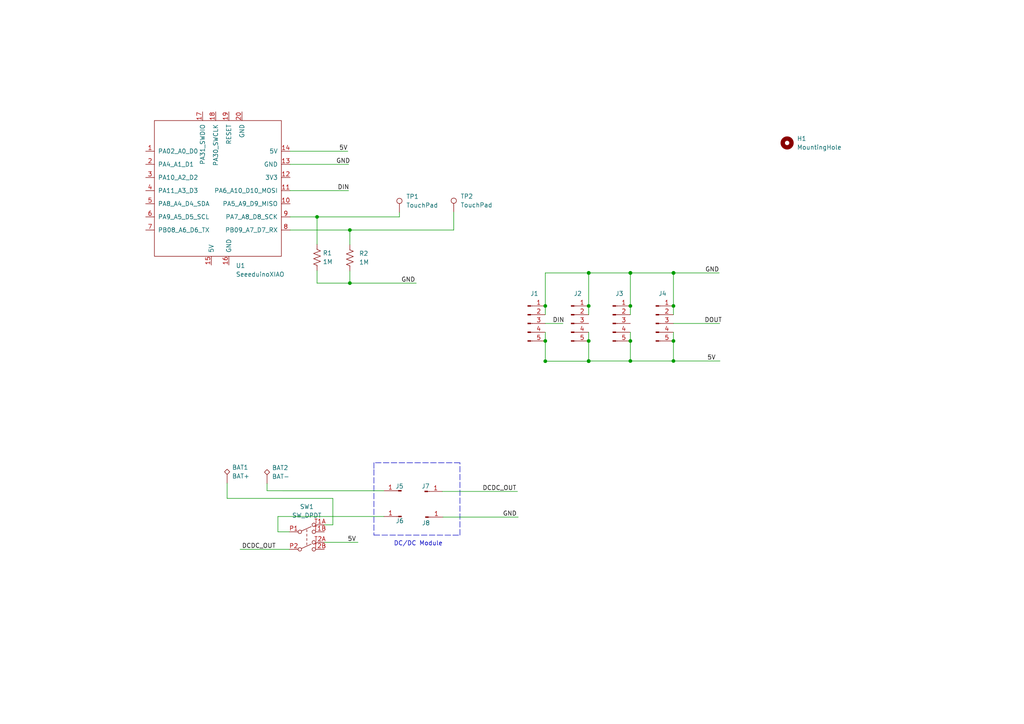
<source format=kicad_sch>
(kicad_sch (version 20211123) (generator eeschema)

  (uuid 443ffc72-2faf-463c-836f-a05787787b13)

  (paper "A4")

  (lib_symbols
    (symbol "Connector:Conn_01x01_Male" (pin_names (offset 1.016) hide) (in_bom yes) (on_board yes)
      (property "Reference" "J" (id 0) (at 0 2.54 0)
        (effects (font (size 1.27 1.27)))
      )
      (property "Value" "Conn_01x01_Male" (id 1) (at 0 -2.54 0)
        (effects (font (size 1.27 1.27)))
      )
      (property "Footprint" "" (id 2) (at 0 0 0)
        (effects (font (size 1.27 1.27)) hide)
      )
      (property "Datasheet" "~" (id 3) (at 0 0 0)
        (effects (font (size 1.27 1.27)) hide)
      )
      (property "ki_keywords" "connector" (id 4) (at 0 0 0)
        (effects (font (size 1.27 1.27)) hide)
      )
      (property "ki_description" "Generic connector, single row, 01x01, script generated (kicad-library-utils/schlib/autogen/connector/)" (id 5) (at 0 0 0)
        (effects (font (size 1.27 1.27)) hide)
      )
      (property "ki_fp_filters" "Connector*:*" (id 6) (at 0 0 0)
        (effects (font (size 1.27 1.27)) hide)
      )
      (symbol "Conn_01x01_Male_1_1"
        (polyline
          (pts
            (xy 1.27 0)
            (xy 0.8636 0)
          )
          (stroke (width 0.1524) (type default) (color 0 0 0 0))
          (fill (type none))
        )
        (rectangle (start 0.8636 0.127) (end 0 -0.127)
          (stroke (width 0.1524) (type default) (color 0 0 0 0))
          (fill (type outline))
        )
        (pin passive line (at 5.08 0 180) (length 3.81)
          (name "Pin_1" (effects (font (size 1.27 1.27))))
          (number "1" (effects (font (size 1.27 1.27))))
        )
      )
    )
    (symbol "Connector:Conn_01x05_Male" (pin_names (offset 1.016) hide) (in_bom yes) (on_board yes)
      (property "Reference" "J" (id 0) (at 0 7.62 0)
        (effects (font (size 1.27 1.27)))
      )
      (property "Value" "Conn_01x05_Male" (id 1) (at 0 -7.62 0)
        (effects (font (size 1.27 1.27)))
      )
      (property "Footprint" "" (id 2) (at 0 0 0)
        (effects (font (size 1.27 1.27)) hide)
      )
      (property "Datasheet" "~" (id 3) (at 0 0 0)
        (effects (font (size 1.27 1.27)) hide)
      )
      (property "ki_keywords" "connector" (id 4) (at 0 0 0)
        (effects (font (size 1.27 1.27)) hide)
      )
      (property "ki_description" "Generic connector, single row, 01x05, script generated (kicad-library-utils/schlib/autogen/connector/)" (id 5) (at 0 0 0)
        (effects (font (size 1.27 1.27)) hide)
      )
      (property "ki_fp_filters" "Connector*:*_1x??_*" (id 6) (at 0 0 0)
        (effects (font (size 1.27 1.27)) hide)
      )
      (symbol "Conn_01x05_Male_1_1"
        (polyline
          (pts
            (xy 1.27 -5.08)
            (xy 0.8636 -5.08)
          )
          (stroke (width 0.1524) (type default) (color 0 0 0 0))
          (fill (type none))
        )
        (polyline
          (pts
            (xy 1.27 -2.54)
            (xy 0.8636 -2.54)
          )
          (stroke (width 0.1524) (type default) (color 0 0 0 0))
          (fill (type none))
        )
        (polyline
          (pts
            (xy 1.27 0)
            (xy 0.8636 0)
          )
          (stroke (width 0.1524) (type default) (color 0 0 0 0))
          (fill (type none))
        )
        (polyline
          (pts
            (xy 1.27 2.54)
            (xy 0.8636 2.54)
          )
          (stroke (width 0.1524) (type default) (color 0 0 0 0))
          (fill (type none))
        )
        (polyline
          (pts
            (xy 1.27 5.08)
            (xy 0.8636 5.08)
          )
          (stroke (width 0.1524) (type default) (color 0 0 0 0))
          (fill (type none))
        )
        (rectangle (start 0.8636 -4.953) (end 0 -5.207)
          (stroke (width 0.1524) (type default) (color 0 0 0 0))
          (fill (type outline))
        )
        (rectangle (start 0.8636 -2.413) (end 0 -2.667)
          (stroke (width 0.1524) (type default) (color 0 0 0 0))
          (fill (type outline))
        )
        (rectangle (start 0.8636 0.127) (end 0 -0.127)
          (stroke (width 0.1524) (type default) (color 0 0 0 0))
          (fill (type outline))
        )
        (rectangle (start 0.8636 2.667) (end 0 2.413)
          (stroke (width 0.1524) (type default) (color 0 0 0 0))
          (fill (type outline))
        )
        (rectangle (start 0.8636 5.207) (end 0 4.953)
          (stroke (width 0.1524) (type default) (color 0 0 0 0))
          (fill (type outline))
        )
        (pin passive line (at 5.08 5.08 180) (length 3.81)
          (name "Pin_1" (effects (font (size 1.27 1.27))))
          (number "1" (effects (font (size 1.27 1.27))))
        )
        (pin passive line (at 5.08 2.54 180) (length 3.81)
          (name "Pin_2" (effects (font (size 1.27 1.27))))
          (number "2" (effects (font (size 1.27 1.27))))
        )
        (pin passive line (at 5.08 0 180) (length 3.81)
          (name "Pin_3" (effects (font (size 1.27 1.27))))
          (number "3" (effects (font (size 1.27 1.27))))
        )
        (pin passive line (at 5.08 -2.54 180) (length 3.81)
          (name "Pin_4" (effects (font (size 1.27 1.27))))
          (number "4" (effects (font (size 1.27 1.27))))
        )
        (pin passive line (at 5.08 -5.08 180) (length 3.81)
          (name "Pin_5" (effects (font (size 1.27 1.27))))
          (number "5" (effects (font (size 1.27 1.27))))
        )
      )
    )
    (symbol "Connector:TestPoint" (pin_numbers hide) (pin_names (offset 0.762) hide) (in_bom yes) (on_board yes)
      (property "Reference" "TP" (id 0) (at 0 6.858 0)
        (effects (font (size 1.27 1.27)))
      )
      (property "Value" "TestPoint" (id 1) (at 0 5.08 0)
        (effects (font (size 1.27 1.27)))
      )
      (property "Footprint" "" (id 2) (at 5.08 0 0)
        (effects (font (size 1.27 1.27)) hide)
      )
      (property "Datasheet" "~" (id 3) (at 5.08 0 0)
        (effects (font (size 1.27 1.27)) hide)
      )
      (property "ki_keywords" "test point tp" (id 4) (at 0 0 0)
        (effects (font (size 1.27 1.27)) hide)
      )
      (property "ki_description" "test point" (id 5) (at 0 0 0)
        (effects (font (size 1.27 1.27)) hide)
      )
      (property "ki_fp_filters" "Pin* Test*" (id 6) (at 0 0 0)
        (effects (font (size 1.27 1.27)) hide)
      )
      (symbol "TestPoint_0_1"
        (circle (center 0 3.302) (radius 0.762)
          (stroke (width 0) (type default) (color 0 0 0 0))
          (fill (type none))
        )
      )
      (symbol "TestPoint_1_1"
        (pin passive line (at 0 0 90) (length 2.54)
          (name "1" (effects (font (size 1.27 1.27))))
          (number "1" (effects (font (size 1.27 1.27))))
        )
      )
    )
    (symbol "Connector:TestPoint_Alt" (pin_numbers hide) (pin_names (offset 0.762) hide) (in_bom yes) (on_board yes)
      (property "Reference" "TP" (id 0) (at 0 6.858 0)
        (effects (font (size 1.27 1.27)))
      )
      (property "Value" "TestPoint_Alt" (id 1) (at 0 5.08 0)
        (effects (font (size 1.27 1.27)))
      )
      (property "Footprint" "" (id 2) (at 5.08 0 0)
        (effects (font (size 1.27 1.27)) hide)
      )
      (property "Datasheet" "~" (id 3) (at 5.08 0 0)
        (effects (font (size 1.27 1.27)) hide)
      )
      (property "ki_keywords" "test point tp" (id 4) (at 0 0 0)
        (effects (font (size 1.27 1.27)) hide)
      )
      (property "ki_description" "test point (alternative shape)" (id 5) (at 0 0 0)
        (effects (font (size 1.27 1.27)) hide)
      )
      (property "ki_fp_filters" "Pin* Test*" (id 6) (at 0 0 0)
        (effects (font (size 1.27 1.27)) hide)
      )
      (symbol "TestPoint_Alt_0_1"
        (polyline
          (pts
            (xy 0 2.54)
            (xy -0.762 3.302)
            (xy 0 4.064)
            (xy 0.762 3.302)
            (xy 0 2.54)
          )
          (stroke (width 0) (type default) (color 0 0 0 0))
          (fill (type none))
        )
      )
      (symbol "TestPoint_Alt_1_1"
        (pin passive line (at 0 0 90) (length 2.54)
          (name "1" (effects (font (size 1.27 1.27))))
          (number "1" (effects (font (size 1.27 1.27))))
        )
      )
    )
    (symbol "Device:R_US" (pin_numbers hide) (pin_names (offset 0)) (in_bom yes) (on_board yes)
      (property "Reference" "R" (id 0) (at 2.54 0 90)
        (effects (font (size 1.27 1.27)))
      )
      (property "Value" "R_US" (id 1) (at -2.54 0 90)
        (effects (font (size 1.27 1.27)))
      )
      (property "Footprint" "" (id 2) (at 1.016 -0.254 90)
        (effects (font (size 1.27 1.27)) hide)
      )
      (property "Datasheet" "~" (id 3) (at 0 0 0)
        (effects (font (size 1.27 1.27)) hide)
      )
      (property "ki_keywords" "R res resistor" (id 4) (at 0 0 0)
        (effects (font (size 1.27 1.27)) hide)
      )
      (property "ki_description" "Resistor, US symbol" (id 5) (at 0 0 0)
        (effects (font (size 1.27 1.27)) hide)
      )
      (property "ki_fp_filters" "R_*" (id 6) (at 0 0 0)
        (effects (font (size 1.27 1.27)) hide)
      )
      (symbol "R_US_0_1"
        (polyline
          (pts
            (xy 0 -2.286)
            (xy 0 -2.54)
          )
          (stroke (width 0) (type default) (color 0 0 0 0))
          (fill (type none))
        )
        (polyline
          (pts
            (xy 0 2.286)
            (xy 0 2.54)
          )
          (stroke (width 0) (type default) (color 0 0 0 0))
          (fill (type none))
        )
        (polyline
          (pts
            (xy 0 -0.762)
            (xy 1.016 -1.143)
            (xy 0 -1.524)
            (xy -1.016 -1.905)
            (xy 0 -2.286)
          )
          (stroke (width 0) (type default) (color 0 0 0 0))
          (fill (type none))
        )
        (polyline
          (pts
            (xy 0 0.762)
            (xy 1.016 0.381)
            (xy 0 0)
            (xy -1.016 -0.381)
            (xy 0 -0.762)
          )
          (stroke (width 0) (type default) (color 0 0 0 0))
          (fill (type none))
        )
        (polyline
          (pts
            (xy 0 2.286)
            (xy 1.016 1.905)
            (xy 0 1.524)
            (xy -1.016 1.143)
            (xy 0 0.762)
          )
          (stroke (width 0) (type default) (color 0 0 0 0))
          (fill (type none))
        )
      )
      (symbol "R_US_1_1"
        (pin passive line (at 0 3.81 270) (length 1.27)
          (name "~" (effects (font (size 1.27 1.27))))
          (number "1" (effects (font (size 1.27 1.27))))
        )
        (pin passive line (at 0 -3.81 90) (length 1.27)
          (name "~" (effects (font (size 1.27 1.27))))
          (number "2" (effects (font (size 1.27 1.27))))
        )
      )
    )
    (symbol "Mechanical:MountingHole" (pin_names (offset 1.016)) (in_bom yes) (on_board yes)
      (property "Reference" "H" (id 0) (at 0 5.08 0)
        (effects (font (size 1.27 1.27)))
      )
      (property "Value" "MountingHole" (id 1) (at 0 3.175 0)
        (effects (font (size 1.27 1.27)))
      )
      (property "Footprint" "" (id 2) (at 0 0 0)
        (effects (font (size 1.27 1.27)) hide)
      )
      (property "Datasheet" "~" (id 3) (at 0 0 0)
        (effects (font (size 1.27 1.27)) hide)
      )
      (property "ki_keywords" "mounting hole" (id 4) (at 0 0 0)
        (effects (font (size 1.27 1.27)) hide)
      )
      (property "ki_description" "Mounting Hole without connection" (id 5) (at 0 0 0)
        (effects (font (size 1.27 1.27)) hide)
      )
      (property "ki_fp_filters" "MountingHole*" (id 6) (at 0 0 0)
        (effects (font (size 1.27 1.27)) hide)
      )
      (symbol "MountingHole_0_1"
        (circle (center 0 0) (radius 1.27)
          (stroke (width 1.27) (type default) (color 0 0 0 0))
          (fill (type none))
        )
      )
    )
    (symbol "Seeeduino-XIAO:SeeeduinoXIAO" (pin_names (offset 1.016)) (in_bom yes) (on_board yes)
      (property "Reference" "U" (id 0) (at -19.05 22.86 0)
        (effects (font (size 1.27 1.27)))
      )
      (property "Value" "SeeeduinoXIAO" (id 1) (at -12.7 21.59 0)
        (effects (font (size 1.27 1.27)))
      )
      (property "Footprint" "" (id 2) (at -8.89 5.08 0)
        (effects (font (size 1.27 1.27)) hide)
      )
      (property "Datasheet" "" (id 3) (at -8.89 5.08 0)
        (effects (font (size 1.27 1.27)) hide)
      )
      (symbol "SeeeduinoXIAO_0_1"
        (rectangle (start -19.05 20.32) (end 17.78 -19.05)
          (stroke (width 0) (type default) (color 0 0 0 0))
          (fill (type none))
        )
      )
      (symbol "SeeeduinoXIAO_1_1"
        (pin unspecified line (at -21.59 11.43 0) (length 2.54)
          (name "PA02_A0_D0" (effects (font (size 1.27 1.27))))
          (number "1" (effects (font (size 1.27 1.27))))
        )
        (pin unspecified line (at 20.32 -3.81 180) (length 2.54)
          (name "PA5_A9_D9_MISO" (effects (font (size 1.27 1.27))))
          (number "10" (effects (font (size 1.27 1.27))))
        )
        (pin unspecified line (at 20.32 0 180) (length 2.54)
          (name "PA6_A10_D10_MOSI" (effects (font (size 1.27 1.27))))
          (number "11" (effects (font (size 1.27 1.27))))
        )
        (pin unspecified line (at 20.32 3.81 180) (length 2.54)
          (name "3V3" (effects (font (size 1.27 1.27))))
          (number "12" (effects (font (size 1.27 1.27))))
        )
        (pin unspecified line (at 20.32 7.62 180) (length 2.54)
          (name "GND" (effects (font (size 1.27 1.27))))
          (number "13" (effects (font (size 1.27 1.27))))
        )
        (pin unspecified line (at 20.32 11.43 180) (length 2.54)
          (name "5V" (effects (font (size 1.27 1.27))))
          (number "14" (effects (font (size 1.27 1.27))))
        )
        (pin input line (at -2.54 -21.59 90) (length 2.54)
          (name "5V" (effects (font (size 1.27 1.27))))
          (number "15" (effects (font (size 1.27 1.27))))
        )
        (pin input line (at 2.54 -21.59 90) (length 2.54)
          (name "GND" (effects (font (size 1.27 1.27))))
          (number "16" (effects (font (size 1.27 1.27))))
        )
        (pin input line (at -5.08 22.86 270) (length 2.54)
          (name "PA31_SWDIO" (effects (font (size 1.27 1.27))))
          (number "17" (effects (font (size 1.27 1.27))))
        )
        (pin input line (at -1.27 22.86 270) (length 2.54)
          (name "PA30_SWCLK" (effects (font (size 1.27 1.27))))
          (number "18" (effects (font (size 1.27 1.27))))
        )
        (pin input line (at 2.54 22.86 270) (length 2.54)
          (name "RESET" (effects (font (size 1.27 1.27))))
          (number "19" (effects (font (size 1.27 1.27))))
        )
        (pin unspecified line (at -21.59 7.62 0) (length 2.54)
          (name "PA4_A1_D1" (effects (font (size 1.27 1.27))))
          (number "2" (effects (font (size 1.27 1.27))))
        )
        (pin input line (at 6.35 22.86 270) (length 2.54)
          (name "GND" (effects (font (size 1.27 1.27))))
          (number "20" (effects (font (size 1.27 1.27))))
        )
        (pin unspecified line (at -21.59 3.81 0) (length 2.54)
          (name "PA10_A2_D2" (effects (font (size 1.27 1.27))))
          (number "3" (effects (font (size 1.27 1.27))))
        )
        (pin unspecified line (at -21.59 0 0) (length 2.54)
          (name "PA11_A3_D3" (effects (font (size 1.27 1.27))))
          (number "4" (effects (font (size 1.27 1.27))))
        )
        (pin unspecified line (at -21.59 -3.81 0) (length 2.54)
          (name "PA8_A4_D4_SDA" (effects (font (size 1.27 1.27))))
          (number "5" (effects (font (size 1.27 1.27))))
        )
        (pin unspecified line (at -21.59 -7.62 0) (length 2.54)
          (name "PA9_A5_D5_SCL" (effects (font (size 1.27 1.27))))
          (number "6" (effects (font (size 1.27 1.27))))
        )
        (pin unspecified line (at -21.59 -11.43 0) (length 2.54)
          (name "PB08_A6_D6_TX" (effects (font (size 1.27 1.27))))
          (number "7" (effects (font (size 1.27 1.27))))
        )
        (pin unspecified line (at 20.32 -11.43 180) (length 2.54)
          (name "PB09_A7_D7_RX" (effects (font (size 1.27 1.27))))
          (number "8" (effects (font (size 1.27 1.27))))
        )
        (pin unspecified line (at 20.32 -7.62 180) (length 2.54)
          (name "PA7_A8_D8_SCK" (effects (font (size 1.27 1.27))))
          (number "9" (effects (font (size 1.27 1.27))))
        )
      )
    )
    (symbol "custom:SW_DPDT" (pin_names (offset 0) hide) (in_bom yes) (on_board yes)
      (property "Reference" "SW" (id 0) (at 0 5.08 0)
        (effects (font (size 1.27 1.27)))
      )
      (property "Value" "SW_DPDT" (id 1) (at 0 -5.08 0)
        (effects (font (size 1.27 1.27)))
      )
      (property "Footprint" "" (id 2) (at 0 0 0)
        (effects (font (size 1.27 1.27)) hide)
      )
      (property "Datasheet" "~" (id 3) (at 0 0 0)
        (effects (font (size 1.27 1.27)) hide)
      )
      (property "ki_keywords" "switch DPDT" (id 4) (at 0 0 0)
        (effects (font (size 1.27 1.27)) hide)
      )
      (property "ki_description" "DPDT Switch" (id 5) (at 0 0 0)
        (effects (font (size 1.27 1.27)) hide)
      )
      (symbol "SW_DPDT_0_0"
        (circle (center -2.032 -2.54) (radius 0.508)
          (stroke (width 0) (type default) (color 0 0 0 0))
          (fill (type none))
        )
        (circle (center -2.032 2.54) (radius 0.508)
          (stroke (width 0) (type default) (color 0 0 0 0))
          (fill (type none))
        )
        (polyline
          (pts
            (xy -1.524 -2.286)
            (xy 1.27 -1.016)
          )
          (stroke (width 0) (type default) (color 0 0 0 0))
          (fill (type none))
        )
        (polyline
          (pts
            (xy -1.524 2.794)
            (xy 1.27 4.064)
          )
          (stroke (width 0) (type default) (color 0 0 0 0))
          (fill (type none))
        )
        (polyline
          (pts
            (xy 0 -1.27)
            (xy 0 -0.635)
          )
          (stroke (width 0) (type default) (color 0 0 0 0))
          (fill (type none))
        )
        (polyline
          (pts
            (xy 0 0)
            (xy 0 0.635)
          )
          (stroke (width 0) (type default) (color 0 0 0 0))
          (fill (type none))
        )
        (polyline
          (pts
            (xy 0 1.27)
            (xy 0 1.905)
          )
          (stroke (width 0) (type default) (color 0 0 0 0))
          (fill (type none))
        )
        (polyline
          (pts
            (xy 0 2.54)
            (xy 0 3.175)
          )
          (stroke (width 0) (type default) (color 0 0 0 0))
          (fill (type none))
        )
        (circle (center 2.032 -2.54) (radius 0.508)
          (stroke (width 0) (type default) (color 0 0 0 0))
          (fill (type none))
        )
        (circle (center 2.032 -0.508) (radius 0.508)
          (stroke (width 0) (type default) (color 0 0 0 0))
          (fill (type none))
        )
        (circle (center 2.032 2.54) (radius 0.508)
          (stroke (width 0) (type default) (color 0 0 0 0))
          (fill (type none))
        )
        (circle (center 2.032 4.572) (radius 0.508)
          (stroke (width 0) (type default) (color 0 0 0 0))
          (fill (type none))
        )
      )
      (symbol "SW_DPDT_1_1"
        (pin passive line (at -5.08 2.54 0) (length 2.54)
          (name "P1" (effects (font (size 1.27 1.27))))
          (number "P1" (effects (font (size 1.27 1.27))))
        )
        (pin passive line (at -5.08 -2.54 0) (length 2.54)
          (name "P2" (effects (font (size 1.27 1.27))))
          (number "P2" (effects (font (size 1.27 1.27))))
        )
        (pin passive line (at 5.08 4.572 180) (length 2.54)
          (name "T1A" (effects (font (size 1.27 1.27))))
          (number "T1A" (effects (font (size 1.27 1.27))))
        )
        (pin passive line (at 5.08 2.54 180) (length 2.54)
          (name "T1B" (effects (font (size 1.27 1.27))))
          (number "T1B" (effects (font (size 1.27 1.27))))
        )
        (pin passive line (at 5.08 -0.508 180) (length 2.54)
          (name "T2A" (effects (font (size 1.27 1.27))))
          (number "T2A" (effects (font (size 1.27 1.27))))
        )
        (pin passive line (at 5.08 -2.54 180) (length 2.54)
          (name "T2B" (effects (font (size 1.27 1.27))))
          (number "T2B" (effects (font (size 1.27 1.27))))
        )
      )
    )
  )

  (junction (at 195.3252 79.1606) (diameter 0) (color 0 0 0 0)
    (uuid 033f286c-8e1e-4318-b8b0-f41ad597f460)
  )
  (junction (at 170.7646 79.1606) (diameter 0) (color 0 0 0 0)
    (uuid 165f4d1e-86f4-4972-9638-47ad8ce421df)
  )
  (junction (at 195.3655 79.1606) (diameter 0) (color 0 0 0 0)
    (uuid 165f4d1e-86f4-4972-9638-47ad8ce421e0)
  )
  (junction (at 182.83 79.1606) (diameter 0) (color 0 0 0 0)
    (uuid 1b9a33e3-59b1-4c3b-a76f-0d591c67c916)
  )
  (junction (at 195.3252 98.898) (diameter 0) (color 0 0 0 0)
    (uuid 1ecab814-6a6f-469c-bb61-acd051034440)
  )
  (junction (at 101.4742 66.7188) (diameter 0) (color 0 0 0 0)
    (uuid 2ee2b661-8994-4d60-93b2-1cd0e4cdca7a)
  )
  (junction (at 170.7445 79.1606) (diameter 0) (color 0 0 0 0)
    (uuid 373bdad9-7f92-454e-82cf-f2b529c33d00)
  )
  (junction (at 182.8425 79.1606) (diameter 0) (color 0 0 0 0)
    (uuid 50871d16-6f84-4421-a6f8-c5c477afa376)
  )
  (junction (at 158.1584 88.738) (diameter 0) (color 0 0 0 0)
    (uuid 6dc6dd55-b447-49ca-989b-1a156d125efe)
  )
  (junction (at 91.957 62.9088) (diameter 0) (color 0 0 0 0)
    (uuid 70b51653-8d7c-4d03-9e49-d460c4660151)
  )
  (junction (at 170.7445 98.898) (diameter 0) (color 0 0 0 0)
    (uuid 7a75d7ac-1ea8-4ca6-8f24-8979d6bc3431)
  )
  (junction (at 195.3252 104.7014) (diameter 0) (color 0 0 0 0)
    (uuid 7ecd1416-9fc1-4d8e-957b-97d621d76c7a)
  )
  (junction (at 195.3252 88.738) (diameter 0) (color 0 0 0 0)
    (uuid 8c13a7bc-da49-4d2d-beab-6bec37102194)
  )
  (junction (at 170.7445 104.7014) (diameter 0) (color 0 0 0 0)
    (uuid 99147df1-b3f4-4800-a2c1-16039efd29e9)
  )
  (junction (at 158.1584 98.898) (diameter 0) (color 0 0 0 0)
    (uuid 9def3f67-fc02-4ce3-932d-8b7b9296b38b)
  )
  (junction (at 182.83 88.738) (diameter 0) (color 0 0 0 0)
    (uuid a83d1af0-92e3-4c9c-b02d-acee2e566016)
  )
  (junction (at 170.7445 88.738) (diameter 0) (color 0 0 0 0)
    (uuid aae3b9df-84b8-4592-987f-5bbe20b8eae1)
  )
  (junction (at 182.83 104.7014) (diameter 0) (color 0 0 0 0)
    (uuid c220d39c-bee4-4c89-a455-afd2a00d9f16)
  )
  (junction (at 158.1613 104.7626) (diameter 0) (color 0 0 0 0)
    (uuid c3924269-7b29-4135-91e8-401a756415e4)
  )
  (junction (at 182.83 98.898) (diameter 0) (color 0 0 0 0)
    (uuid d71f726f-9a0e-43b8-8cbe-7838c6b7a6ac)
  )
  (junction (at 170.7445 104.7626) (diameter 0) (color 0 0 0 0)
    (uuid d7e9058a-0037-4e13-b692-d93f6b6f5bd9)
  )
  (junction (at 101.4742 82.1181) (diameter 0) (color 0 0 0 0)
    (uuid ee58d8cc-4919-494f-ba32-3b9df57d2b7d)
  )

  (wire (pts (xy 182.83 104.7014) (xy 195.3252 104.7014))
    (stroke (width 0) (type default) (color 0 0 0 0))
    (uuid 03099256-4aa5-483c-b373-efc738cc8373)
  )
  (wire (pts (xy 84.155 43.8588) (xy 100.8862 43.8588))
    (stroke (width 0) (type default) (color 0 0 0 0))
    (uuid 03695a2f-dc49-40fa-9140-58fb84e9391c)
  )
  (wire (pts (xy 158.1584 93.818) (xy 163.2763 93.818))
    (stroke (width 0) (type default) (color 0 0 0 0))
    (uuid 0592db5e-4b2c-4ec5-b1c9-931c933f2363)
  )
  (wire (pts (xy 84.155 47.6688) (xy 101.105 47.6688))
    (stroke (width 0) (type default) (color 0 0 0 0))
    (uuid 09d0a4b5-ade3-4392-84f8-592e790e608d)
  )
  (wire (pts (xy 195.3252 79.1606) (xy 195.3655 79.1606))
    (stroke (width 0) (type default) (color 0 0 0 0))
    (uuid 0e685d75-bf59-4d10-bed8-b3a248959439)
  )
  (wire (pts (xy 94.0779 152.2194) (xy 96.5439 152.2194))
    (stroke (width 0) (type default) (color 0 0 0 0))
    (uuid 16092b07-269c-4b1c-a6c0-9d5b4bf525fb)
  )
  (wire (pts (xy 195.3252 96.358) (xy 195.3252 98.898))
    (stroke (width 0) (type default) (color 0 0 0 0))
    (uuid 1963f962-d0c2-4b3e-a316-faacb920f163)
  )
  (wire (pts (xy 195.3252 88.738) (xy 195.3252 91.278))
    (stroke (width 0) (type default) (color 0 0 0 0))
    (uuid 1af2ea60-910a-41dc-b516-449a6f149cdb)
  )
  (polyline (pts (xy 108.4537 134.1956) (xy 108.4537 136.2341))
    (stroke (width 0) (type default) (color 0 0 0 0))
    (uuid 1fe3d160-e1dc-49f8-a507-7a1325d83d50)
  )

  (wire (pts (xy 195.3655 79.1606) (xy 208.6048 79.1606))
    (stroke (width 0) (type default) (color 0 0 0 0))
    (uuid 22d43eee-bd2a-42c5-988c-bdaeea755c46)
  )
  (wire (pts (xy 182.83 79.1606) (xy 182.83 88.738))
    (stroke (width 0) (type default) (color 0 0 0 0))
    (uuid 24dbab5f-85a3-4b03-a015-92f944d5bf92)
  )
  (wire (pts (xy 94.0779 157.2994) (xy 103.8299 157.2994))
    (stroke (width 0) (type default) (color 0 0 0 0))
    (uuid 2b902de7-42b3-4732-8474-9256b1eabc89)
  )
  (wire (pts (xy 83.9179 154.2514) (xy 80.6053 154.2514))
    (stroke (width 0) (type default) (color 0 0 0 0))
    (uuid 36e6ba9f-d925-4b2a-a291-1c759d836078)
  )
  (wire (pts (xy 77.4543 142.3385) (xy 111.3309 142.3405))
    (stroke (width 0) (type default) (color 0 0 0 0))
    (uuid 43b1278d-116d-4754-bb5a-73d77033a768)
  )
  (wire (pts (xy 84.155 62.9088) (xy 91.957 62.9088))
    (stroke (width 0) (type default) (color 0 0 0 0))
    (uuid 4ba767f6-9848-4cdb-84d6-bf815455c882)
  )
  (wire (pts (xy 158.1584 98.898) (xy 158.1584 104.7626))
    (stroke (width 0) (type default) (color 0 0 0 0))
    (uuid 4ed1b02a-b82d-42a0-9967-5da10dcb5c72)
  )
  (wire (pts (xy 84.155 66.7188) (xy 101.4742 66.7188))
    (stroke (width 0) (type default) (color 0 0 0 0))
    (uuid 4f89c2a8-a24e-4a82-b2a9-99a6765d730b)
  )
  (polyline (pts (xy 108.4535 136.1944) (xy 108.4535 155.1831))
    (stroke (width 0) (type default) (color 0 0 0 0))
    (uuid 525602c1-199d-4ae2-bf1f-d3ed7f585fcb)
  )

  (wire (pts (xy 182.83 79.1606) (xy 182.8425 79.1606))
    (stroke (width 0) (type default) (color 0 0 0 0))
    (uuid 57922305-388b-4f2f-83df-d1078c036b87)
  )
  (wire (pts (xy 101.4742 78.5963) (xy 101.4742 82.1181))
    (stroke (width 0) (type default) (color 0 0 0 0))
    (uuid 57bdab77-0284-4e15-8f4f-26bc0d655e23)
  )
  (wire (pts (xy 96.5439 152.2194) (xy 96.5439 144.5594))
    (stroke (width 0) (type default) (color 0 0 0 0))
    (uuid 5860a5a3-93b6-4640-869e-9334767cb2ab)
  )
  (wire (pts (xy 84.155 55.2888) (xy 101.105 55.2888))
    (stroke (width 0) (type default) (color 0 0 0 0))
    (uuid 593b1adb-6033-43ed-bfac-318356ab84ac)
  )
  (wire (pts (xy 195.3252 79.1606) (xy 195.3252 88.738))
    (stroke (width 0) (type default) (color 0 0 0 0))
    (uuid 61884263-72e1-41ca-96fb-0c8582d31ff1)
  )
  (wire (pts (xy 91.957 62.9088) (xy 115.8524 62.9088))
    (stroke (width 0) (type default) (color 0 0 0 0))
    (uuid 646253d6-a1e4-4ecf-a5fc-97321fb056e0)
  )
  (wire (pts (xy 170.7445 79.1606) (xy 170.7445 88.738))
    (stroke (width 0) (type default) (color 0 0 0 0))
    (uuid 64d81627-5cec-4517-b47f-2241dcd20157)
  )
  (wire (pts (xy 195.3252 93.818) (xy 208.7386 93.818))
    (stroke (width 0) (type default) (color 0 0 0 0))
    (uuid 679b77a9-0bc6-4936-8bc0-8dbd6badb72a)
  )
  (wire (pts (xy 91.957 62.9088) (xy 91.957 70.8533))
    (stroke (width 0) (type default) (color 0 0 0 0))
    (uuid 6a3ad451-4a2e-4725-a043-2fb4ccd60c55)
  )
  (wire (pts (xy 101.4742 66.7188) (xy 101.4742 70.9763))
    (stroke (width 0) (type default) (color 0 0 0 0))
    (uuid 6b49173c-3b9b-436b-8fc0-f04b8f5c1707)
  )
  (wire (pts (xy 170.7445 104.7014) (xy 170.7445 104.7626))
    (stroke (width 0) (type default) (color 0 0 0 0))
    (uuid 70f2e9b3-fd51-4894-83c8-81a98f16fe7a)
  )
  (wire (pts (xy 158.1613 104.7626) (xy 170.7445 104.7626))
    (stroke (width 0) (type default) (color 0 0 0 0))
    (uuid 74cd4e45-1974-4073-bbc8-f64dae2a6a29)
  )
  (wire (pts (xy 69.6276 159.3314) (xy 83.9179 159.3314))
    (stroke (width 0) (type default) (color 0 0 0 0))
    (uuid 774ac284-af36-4dc6-a3b7-21d749e517d0)
  )
  (wire (pts (xy 128.2707 142.5398) (xy 150.1004 142.5398))
    (stroke (width 0) (type default) (color 0 0 0 0))
    (uuid 7f8b2a69-21bc-4a62-bcf6-83eaab7d3d58)
  )
  (polyline (pts (xy 108.4784 155.1943) (xy 133.4034 155.2084))
    (stroke (width 0) (type default) (color 0 0 0 0))
    (uuid 823dc067-9f38-4cf7-bae6-779cb17451c2)
  )

  (wire (pts (xy 115.8524 62.9088) (xy 115.8524 61.5772))
    (stroke (width 0) (type default) (color 0 0 0 0))
    (uuid 82a357e0-6628-4afc-8ed9-e0d1544e008c)
  )
  (wire (pts (xy 80.6053 154.2514) (xy 80.6053 149.8059))
    (stroke (width 0) (type default) (color 0 0 0 0))
    (uuid 82dac95a-8133-4100-b568-45a7e4512fdb)
  )
  (wire (pts (xy 158.1584 88.738) (xy 158.1584 91.278))
    (stroke (width 0) (type default) (color 0 0 0 0))
    (uuid 844443c2-4cae-4367-bf0c-6eeb22c7cf35)
  )
  (wire (pts (xy 101.4742 66.7188) (xy 131.605 66.7188))
    (stroke (width 0) (type default) (color 0 0 0 0))
    (uuid 85074f8b-c4f2-4126-a489-464d9c9d2de4)
  )
  (wire (pts (xy 158.1584 96.358) (xy 158.1584 98.898))
    (stroke (width 0) (type default) (color 0 0 0 0))
    (uuid 877dcfc7-3687-4bee-9154-62b730b34c5f)
  )
  (wire (pts (xy 182.83 98.898) (xy 182.83 104.7014))
    (stroke (width 0) (type default) (color 0 0 0 0))
    (uuid 902c8be2-20c1-40a8-86d0-f0ea3dba340a)
  )
  (wire (pts (xy 170.7445 98.898) (xy 170.7445 104.7014))
    (stroke (width 0) (type default) (color 0 0 0 0))
    (uuid 929b9d41-814e-4640-bb61-055a8e7a1132)
  )
  (wire (pts (xy 96.5439 144.5594) (xy 65.8716 144.5594))
    (stroke (width 0) (type default) (color 0 0 0 0))
    (uuid 9ab58daa-3f09-4a18-94fb-e5616c10bc4c)
  )
  (wire (pts (xy 158.1584 88.738) (xy 158.1584 79.1606))
    (stroke (width 0) (type default) (color 0 0 0 0))
    (uuid a77ce06a-6c06-4444-9ac3-c5f49146616d)
  )
  (wire (pts (xy 170.7445 96.358) (xy 170.7445 98.898))
    (stroke (width 0) (type default) (color 0 0 0 0))
    (uuid b56e525d-1b2f-47a0-8ce4-b64afa83f58e)
  )
  (wire (pts (xy 77.4543 140.2459) (xy 77.4543 142.3385))
    (stroke (width 0) (type default) (color 0 0 0 0))
    (uuid b5d1ad72-70af-4252-825b-4bf4df3ffe40)
  )
  (polyline (pts (xy 133.4034 155.2084) (xy 133.4034 134.2209))
    (stroke (width 0) (type default) (color 0 0 0 0))
    (uuid be89b9ef-84a4-45d9-87f6-014d93f0c0a0)
  )

  (wire (pts (xy 158.1584 104.7626) (xy 158.1613 104.7626))
    (stroke (width 0) (type default) (color 0 0 0 0))
    (uuid c14a0c36-83b3-4742-ab7a-d008d3195851)
  )
  (wire (pts (xy 195.3252 104.7014) (xy 195.3252 98.898))
    (stroke (width 0) (type default) (color 0 0 0 0))
    (uuid c908d349-6ec2-4f61-bd40-dfef0b3998e1)
  )
  (wire (pts (xy 182.8425 79.1606) (xy 195.3252 79.1606))
    (stroke (width 0) (type default) (color 0 0 0 0))
    (uuid ca4b1cb8-69a7-4bec-ba9c-be97b2729b21)
  )
  (wire (pts (xy 182.83 88.738) (xy 182.83 91.278))
    (stroke (width 0) (type default) (color 0 0 0 0))
    (uuid cbfddcb2-c4d2-411d-8fe1-10433de3c3bc)
  )
  (wire (pts (xy 80.6053 149.8059) (xy 111.3607 149.8059))
    (stroke (width 0) (type default) (color 0 0 0 0))
    (uuid cde29503-0b0a-4bee-b0b5-42d3baea7b71)
  )
  (wire (pts (xy 195.3252 104.7014) (xy 208.8339 104.7014))
    (stroke (width 0) (type default) (color 0 0 0 0))
    (uuid da2e5f45-9f75-4158-917f-4f007664d66c)
  )
  (wire (pts (xy 170.7445 79.1606) (xy 170.7646 79.1606))
    (stroke (width 0) (type default) (color 0 0 0 0))
    (uuid dacf2d19-ada6-417e-8881-53d68717d2ab)
  )
  (wire (pts (xy 182.83 96.358) (xy 182.83 98.898))
    (stroke (width 0) (type default) (color 0 0 0 0))
    (uuid db620bea-9a83-4d0d-bef8-2c041aac8db5)
  )
  (polyline (pts (xy 133.4034 134.2209) (xy 108.4113 134.2255))
    (stroke (width 0) (type default) (color 0 0 0 0))
    (uuid ded5a781-a229-4db2-b275-377780407e9f)
  )

  (wire (pts (xy 131.605 66.7188) (xy 131.605 61.5156))
    (stroke (width 0) (type default) (color 0 0 0 0))
    (uuid e260de02-3d89-4ccb-afb3-1e97779c4c69)
  )
  (wire (pts (xy 65.8716 140.1434) (xy 65.8716 144.5594))
    (stroke (width 0) (type default) (color 0 0 0 0))
    (uuid e5281e8f-b244-4d44-81d0-d34fad48c469)
  )
  (wire (pts (xy 91.957 78.4733) (xy 91.957 82.1181))
    (stroke (width 0) (type default) (color 0 0 0 0))
    (uuid e6ae0ac9-7713-42d6-bc91-1bd531808d11)
  )
  (wire (pts (xy 170.7445 88.738) (xy 170.7445 91.278))
    (stroke (width 0) (type default) (color 0 0 0 0))
    (uuid eef5e4e3-e493-4377-9ccc-f3949ca77c23)
  )
  (wire (pts (xy 128.4833 149.9807) (xy 150.3054 149.9807))
    (stroke (width 0) (type default) (color 0 0 0 0))
    (uuid f4974d24-8805-4f7a-99b3-e9476f5ee751)
  )
  (wire (pts (xy 170.7445 104.7014) (xy 182.83 104.7014))
    (stroke (width 0) (type default) (color 0 0 0 0))
    (uuid f927d25d-fb82-4811-b57d-ca0f0733a786)
  )
  (wire (pts (xy 158.1584 79.1606) (xy 170.7445 79.1606))
    (stroke (width 0) (type default) (color 0 0 0 0))
    (uuid f95a55a5-9d7c-4a00-afff-fb079e0e3c49)
  )
  (wire (pts (xy 170.7646 79.1606) (xy 182.83 79.1606))
    (stroke (width 0) (type default) (color 0 0 0 0))
    (uuid f9a24217-7a9b-4214-a945-a68a11d7bfb5)
  )
  (wire (pts (xy 101.4742 82.1181) (xy 120.7302 82.1181))
    (stroke (width 0) (type default) (color 0 0 0 0))
    (uuid fade3701-6a61-43d3-a478-050a0fdfddaa)
  )
  (wire (pts (xy 91.957 82.1181) (xy 101.4742 82.1181))
    (stroke (width 0) (type default) (color 0 0 0 0))
    (uuid fe6f5b35-3cd9-46b4-88fc-f42f5ae21a10)
  )

  (text "DC/DC Module" (at 114.1882 158.4801 0)
    (effects (font (size 1.27 1.27)) (justify left bottom))
    (uuid aec34f17-468a-47da-9d08-757fa5562828)
  )

  (label "5V" (at 100.8013 157.2994 0)
    (effects (font (size 1.27 1.27)) (justify left bottom))
    (uuid 0d0da280-10e2-4dd3-ab3f-c844594a28b3)
  )
  (label "GND" (at 97.495 47.6688 0)
    (effects (font (size 1.27 1.27)) (justify left bottom))
    (uuid 27e825f6-ba37-4819-9557-a24d2e06c2df)
  )
  (label "DCDC_OUT" (at 70.1477 159.3314 0)
    (effects (font (size 1.27 1.27)) (justify left bottom))
    (uuid 3d5eb761-07af-4c3e-ae05-c5f2004b10fd)
  )
  (label "5V" (at 98.3428 43.8588 0)
    (effects (font (size 1.27 1.27)) (justify left bottom))
    (uuid 4a0f3fa4-cb60-4de8-9671-cdf3906858b7)
  )
  (label "GND" (at 204.5189 79.1606 0)
    (effects (font (size 1.27 1.27)) (justify left bottom))
    (uuid 559d2559-ab6f-4e7c-93a2-4657bcda3ce6)
  )
  (label "DIN" (at 160.2821 93.818 0)
    (effects (font (size 1.27 1.27)) (justify left bottom))
    (uuid 5a1f8b68-6895-4cda-bc15-127399cc1f78)
  )
  (label "GND" (at 145.8294 149.9807 0)
    (effects (font (size 1.27 1.27)) (justify left bottom))
    (uuid 616d0814-2f38-48f3-b7c1-55e2a7ff7156)
  )
  (label "DCDC_OUT" (at 139.9289 142.5398 0)
    (effects (font (size 1.27 1.27)) (justify left bottom))
    (uuid 6bd69968-42c0-4a80-b654-fda63796884d)
  )
  (label "DIN" (at 97.9052 55.2888 0)
    (effects (font (size 1.27 1.27)) (justify left bottom))
    (uuid 9e349012-9ea5-4aba-ab1a-26bd2dd7a52a)
  )
  (label "5V" (at 205.1035 104.7014 0)
    (effects (font (size 1.27 1.27)) (justify left bottom))
    (uuid d42e2d42-3184-4184-9073-f10e694cbf09)
  )
  (label "DOUT" (at 204.3282 93.818 0)
    (effects (font (size 1.27 1.27)) (justify left bottom))
    (uuid e25dc590-6209-46ed-9056-faeb7857c9c0)
  )
  (label "GND" (at 116.3744 82.1181 0)
    (effects (font (size 1.27 1.27)) (justify left bottom))
    (uuid e75f7456-2a85-494f-a163-7de1c992e6ec)
  )

  (symbol (lib_id "Connector:TestPoint_Alt") (at 77.4543 140.2459 0) (unit 1)
    (in_bom yes) (on_board yes) (fields_autoplaced)
    (uuid 00794f99-bf1b-4b93-a7da-d8df6234b6c8)
    (property "Reference" "BAT2" (id 0) (at 78.8702 135.6738 0)
      (effects (font (size 1.27 1.27)) (justify left))
    )
    (property "Value" "BAT-" (id 1) (at 78.8702 138.2138 0)
      (effects (font (size 1.27 1.27)) (justify left))
    )
    (property "Footprint" "TestPoint:TestPoint_Pad_4.0x4.0mm" (id 2) (at 82.5343 140.2459 0)
      (effects (font (size 1.27 1.27)) hide)
    )
    (property "Datasheet" "~" (id 3) (at 82.5343 140.2459 0)
      (effects (font (size 1.27 1.27)) hide)
    )
    (pin "1" (uuid 041bbc22-c47a-4556-962f-485d13642db7))
  )

  (symbol (lib_id "Connector:TestPoint") (at 115.8524 61.5772 0) (unit 1)
    (in_bom yes) (on_board yes) (fields_autoplaced)
    (uuid 03c3319a-093c-4fa1-a29a-f6bdedae6157)
    (property "Reference" "TP1" (id 0) (at 117.7986 57.0051 0)
      (effects (font (size 1.27 1.27)) (justify left))
    )
    (property "Value" "TouchPad" (id 1) (at 117.7986 59.5451 0)
      (effects (font (size 1.27 1.27)) (justify left))
    )
    (property "Footprint" "TestPoint:TestPoint_Pad_D4.0mm" (id 2) (at 120.9324 61.5772 0)
      (effects (font (size 1.27 1.27)) hide)
    )
    (property "Datasheet" "~" (id 3) (at 120.9324 61.5772 0)
      (effects (font (size 1.27 1.27)) hide)
    )
    (pin "1" (uuid 68c6bc42-d5b1-4d2c-96db-2229ce21aa75))
  )

  (symbol (lib_id "Device:R_US") (at 101.4742 74.7863 180) (unit 1)
    (in_bom yes) (on_board yes) (fields_autoplaced)
    (uuid 12463ea5-56a1-43ba-aa46-8d3e96844544)
    (property "Reference" "R2" (id 0) (at 104.14 73.5162 0)
      (effects (font (size 1.27 1.27)) (justify right))
    )
    (property "Value" "1M" (id 1) (at 104.14 76.0562 0)
      (effects (font (size 1.27 1.27)) (justify right))
    )
    (property "Footprint" "Resistor_SMD:R_1210_3225Metric_Pad1.30x2.65mm_HandSolder" (id 2) (at 100.4582 74.5323 90)
      (effects (font (size 1.27 1.27)) hide)
    )
    (property "Datasheet" "~" (id 3) (at 101.4742 74.7863 0)
      (effects (font (size 1.27 1.27)) hide)
    )
    (pin "1" (uuid 65fef136-e752-4bc9-bdb4-c56e4e505b5c))
    (pin "2" (uuid afcc3b3d-37ac-4112-9efd-97f9097ece9b))
  )

  (symbol (lib_id "Connector:Conn_01x01_Male") (at 123.4033 149.9807 0) (unit 1)
    (in_bom yes) (on_board yes)
    (uuid 17d39641-c70a-42d9-bf15-acc98ce56f6a)
    (property "Reference" "J8" (id 0) (at 123.5476 151.6852 0))
    (property "Value" "OUT-" (id 1) (at 124.0383 147.8594 0)
      (effects (font (size 1.27 1.27)) hide)
    )
    (property "Footprint" "Connector_PinHeader_2.54mm:PinHeader_1x01_P2.54mm_Vertical" (id 2) (at 123.4033 149.9807 0)
      (effects (font (size 1.27 1.27)) hide)
    )
    (property "Datasheet" "~" (id 3) (at 123.4033 149.9807 0)
      (effects (font (size 1.27 1.27)) hide)
    )
    (pin "1" (uuid f67c2347-1915-4551-b270-f3d683df02de))
  )

  (symbol (lib_id "Connector:Conn_01x05_Male") (at 153.0784 93.818 0) (unit 1)
    (in_bom yes) (on_board yes)
    (uuid 1ac4910d-7d65-4871-9869-7787b103efe2)
    (property "Reference" "J1" (id 0) (at 155.0007 85.147 0))
    (property "Value" "Conn_01x05_Male" (id 1) (at 153.7134 85.4704 0)
      (effects (font (size 1.27 1.27)) hide)
    )
    (property "Footprint" "Connector_PinHeader_2.54mm:PinHeader_1x05_P2.54mm_Vertical" (id 2) (at 153.0784 93.818 0)
      (effects (font (size 1.27 1.27)) hide)
    )
    (property "Datasheet" "~" (id 3) (at 153.0784 93.818 0)
      (effects (font (size 1.27 1.27)) hide)
    )
    (pin "1" (uuid d94b2760-a226-47d4-b8d3-221eedfb1f26))
    (pin "2" (uuid eb11599d-e855-45f6-ad71-f1bbff808445))
    (pin "3" (uuid c800543f-278c-4a8b-b0c0-1d706861d95e))
    (pin "4" (uuid 37ee0a4f-c496-4078-94e7-bb78cb1c107b))
    (pin "5" (uuid a3b28a75-66b0-4275-a4aa-b4d63a797615))
  )

  (symbol (lib_id "Connector:TestPoint_Alt") (at 65.8716 140.1434 0) (unit 1)
    (in_bom yes) (on_board yes) (fields_autoplaced)
    (uuid 390b3cd7-93da-46ad-9307-52de21348537)
    (property "Reference" "BAT1" (id 0) (at 67.2875 135.5713 0)
      (effects (font (size 1.27 1.27)) (justify left))
    )
    (property "Value" "BAT+" (id 1) (at 67.2875 138.1113 0)
      (effects (font (size 1.27 1.27)) (justify left))
    )
    (property "Footprint" "TestPoint:TestPoint_Pad_4.0x4.0mm" (id 2) (at 70.9516 140.1434 0)
      (effects (font (size 1.27 1.27)) hide)
    )
    (property "Datasheet" "~" (id 3) (at 70.9516 140.1434 0)
      (effects (font (size 1.27 1.27)) hide)
    )
    (pin "1" (uuid 311205ad-e29c-4220-aba0-19d3841af2ff))
  )

  (symbol (lib_id "Device:R_US") (at 91.957 74.6633 180) (unit 1)
    (in_bom yes) (on_board yes) (fields_autoplaced)
    (uuid 4254aa34-2810-4a92-900f-836dac8834ff)
    (property "Reference" "R1" (id 0) (at 93.6125 73.3932 0)
      (effects (font (size 1.27 1.27)) (justify right))
    )
    (property "Value" "1M" (id 1) (at 93.6125 75.9332 0)
      (effects (font (size 1.27 1.27)) (justify right))
    )
    (property "Footprint" "Resistor_SMD:R_1210_3225Metric_Pad1.30x2.65mm_HandSolder" (id 2) (at 90.941 74.4093 90)
      (effects (font (size 1.27 1.27)) hide)
    )
    (property "Datasheet" "~" (id 3) (at 91.957 74.6633 0)
      (effects (font (size 1.27 1.27)) hide)
    )
    (pin "1" (uuid 85eb8313-c0ad-4a20-b0f6-93d304003754))
    (pin "2" (uuid 205e54bf-5c73-4208-8ad2-3c15e3d05b66))
  )

  (symbol (lib_id "Connector:TestPoint") (at 131.605 61.5156 0) (unit 1)
    (in_bom yes) (on_board yes) (fields_autoplaced)
    (uuid 43842aed-5c48-4039-8c5a-a1fc863dc00e)
    (property "Reference" "TP2" (id 0) (at 133.5512 56.9435 0)
      (effects (font (size 1.27 1.27)) (justify left))
    )
    (property "Value" "TouchPad" (id 1) (at 133.5512 59.4835 0)
      (effects (font (size 1.27 1.27)) (justify left))
    )
    (property "Footprint" "TestPoint:TestPoint_Pad_D4.0mm" (id 2) (at 136.685 61.5156 0)
      (effects (font (size 1.27 1.27)) hide)
    )
    (property "Datasheet" "~" (id 3) (at 136.685 61.5156 0)
      (effects (font (size 1.27 1.27)) hide)
    )
    (pin "1" (uuid 4b7b0c51-6010-4ce5-bd7a-fd7c5b0b508b))
  )

  (symbol (lib_id "Mechanical:MountingHole") (at 228.2994 41.4647 0) (unit 1)
    (in_bom yes) (on_board yes) (fields_autoplaced)
    (uuid 712a19f0-aa74-4a71-9e86-c7a4ab5ba0b6)
    (property "Reference" "H1" (id 0) (at 231.14 40.1946 0)
      (effects (font (size 1.27 1.27)) (justify left))
    )
    (property "Value" "MountingHole" (id 1) (at 231.14 42.7346 0)
      (effects (font (size 1.27 1.27)) (justify left))
    )
    (property "Footprint" "MountingHole:MountingHole_3.7mm_Pad_TopOnly" (id 2) (at 228.2994 41.4647 0)
      (effects (font (size 1.27 1.27)) hide)
    )
    (property "Datasheet" "~" (id 3) (at 228.2994 41.4647 0)
      (effects (font (size 1.27 1.27)) hide)
    )
  )

  (symbol (lib_id "Connector:Conn_01x01_Male") (at 116.4407 149.8059 0) (mirror y) (unit 1)
    (in_bom yes) (on_board yes)
    (uuid 75d26d60-34d9-4cbe-bd66-b6c7b9a69057)
    (property "Reference" "J6" (id 0) (at 115.9462 151.079 0))
    (property "Value" "IN+" (id 1) (at 115.8057 147.6846 0)
      (effects (font (size 1.27 1.27)) hide)
    )
    (property "Footprint" "Connector_PinHeader_2.54mm:PinHeader_1x01_P2.54mm_Vertical" (id 2) (at 116.4407 149.8059 0)
      (effects (font (size 1.27 1.27)) hide)
    )
    (property "Datasheet" "~" (id 3) (at 116.4407 149.8059 0)
      (effects (font (size 1.27 1.27)) hide)
    )
    (pin "1" (uuid 8a349873-5027-47f1-9117-a7a5b9ef616e))
  )

  (symbol (lib_id "Seeeduino-XIAO:SeeeduinoXIAO") (at 63.835 55.2888 0) (unit 1)
    (in_bom yes) (on_board yes) (fields_autoplaced)
    (uuid 89c91243-933d-42eb-ae2a-1aa374f89c8c)
    (property "Reference" "U1" (id 0) (at 68.3944 77.0424 0)
      (effects (font (size 1.27 1.27)) (justify left))
    )
    (property "Value" "SeeeduinoXIAO" (id 1) (at 68.3944 79.5824 0)
      (effects (font (size 1.27 1.27)) (justify left))
    )
    (property "Footprint" "Seeeduino-XIAO:Seeeduino XIAO-MOUDLE14P-2.54-21X17.8MM" (id 2) (at 54.945 50.2088 0)
      (effects (font (size 1.27 1.27)) hide)
    )
    (property "Datasheet" "" (id 3) (at 54.945 50.2088 0)
      (effects (font (size 1.27 1.27)) hide)
    )
    (pin "1" (uuid f519a3d5-7840-48ea-9881-21abdea57eab))
    (pin "10" (uuid 8bed162c-0b37-4974-ac2b-a666a77dde83))
    (pin "11" (uuid 664310c7-b867-4caa-ac0b-227802ee88c9))
    (pin "12" (uuid 5a3cf0a7-ac8f-4c3b-b807-aae509b0a056))
    (pin "13" (uuid 76714ebe-0a78-4e65-8fed-7ad8d8815434))
    (pin "14" (uuid d82697af-dc4f-4de6-a5e1-f88c4c803e64))
    (pin "15" (uuid c13b088f-6746-497d-aa0f-6f0d5526276c))
    (pin "16" (uuid 70db5ac4-8aad-4445-b6ff-a9122e234989))
    (pin "17" (uuid c49ee1f0-dcb1-42ed-937f-699e4dd0072a))
    (pin "18" (uuid f3e67241-cefd-4b99-ba27-ce97ddf219bb))
    (pin "19" (uuid aa7f65f6-878c-41e0-bfa0-065ba2063a3f))
    (pin "2" (uuid 2a0b23e2-1d53-45fa-a69d-4fdd96fa31f2))
    (pin "20" (uuid 73f05812-20d3-4ff7-a545-281c6b5337a2))
    (pin "3" (uuid 762c848b-1663-4e15-abab-fc4851b7439a))
    (pin "4" (uuid 38fb2d3a-f5c7-430e-9134-f41b2f3f0bbc))
    (pin "5" (uuid ec2ce82b-c93f-4f2d-9c25-3f6146f61928))
    (pin "6" (uuid 4c3e1342-2ceb-4c11-909d-1b6193960d9d))
    (pin "7" (uuid b863131a-59b7-45e6-9bcc-1e87a32db4e6))
    (pin "8" (uuid 4b7a5906-5190-4d27-886d-91bfa6929361))
    (pin "9" (uuid 748f3f4d-f180-4969-9077-91882d6f28d9))
  )

  (symbol (lib_id "Connector:Conn_01x05_Male") (at 165.6645 93.818 0) (unit 1)
    (in_bom yes) (on_board yes)
    (uuid a0d86f02-35fb-48e5-aa90-f0512e67a0fe)
    (property "Reference" "J2" (id 0) (at 167.5868 85.147 0))
    (property "Value" "Conn_01x05_Male" (id 1) (at 166.2995 85.4704 0)
      (effects (font (size 1.27 1.27)) hide)
    )
    (property "Footprint" "Connector_PinHeader_2.54mm:PinHeader_1x05_P2.54mm_Vertical" (id 2) (at 165.6645 93.818 0)
      (effects (font (size 1.27 1.27)) hide)
    )
    (property "Datasheet" "~" (id 3) (at 165.6645 93.818 0)
      (effects (font (size 1.27 1.27)) hide)
    )
    (pin "1" (uuid 8bb6c3d9-0018-4a7d-8c22-152b6d62af44))
    (pin "2" (uuid 0242fd56-2ccf-4163-8866-4de153b81877))
    (pin "3" (uuid 3f1c3f35-885c-4c45-8116-2e6822cb135c))
    (pin "4" (uuid a16cc95c-03fe-4cb3-ae9d-c898e91241cc))
    (pin "5" (uuid cd5d7963-07df-460e-acba-6649717f0eb2))
  )

  (symbol (lib_id "Connector:Conn_01x01_Male") (at 123.1907 142.5398 0) (unit 1)
    (in_bom yes) (on_board yes)
    (uuid a5db77a0-2c01-4352-928b-a56b30e4797b)
    (property "Reference" "J7" (id 0) (at 123.4451 141.0249 0))
    (property "Value" "OUT+" (id 1) (at 123.8257 140.4185 0)
      (effects (font (size 1.27 1.27)) hide)
    )
    (property "Footprint" "Connector_PinHeader_2.54mm:PinHeader_1x01_P2.54mm_Vertical" (id 2) (at 123.1907 142.5398 0)
      (effects (font (size 1.27 1.27)) hide)
    )
    (property "Datasheet" "~" (id 3) (at 123.1907 142.5398 0)
      (effects (font (size 1.27 1.27)) hide)
    )
    (pin "1" (uuid 5e372a8c-f4de-4a27-ade0-ecc17dd7e0e4))
  )

  (symbol (lib_id "custom:SW_DPDT") (at 88.9979 156.7914 0) (unit 1)
    (in_bom yes) (on_board yes) (fields_autoplaced)
    (uuid c7fa7dde-7945-4b20-9d0b-b3aeacb003f5)
    (property "Reference" "SW1" (id 0) (at 88.9979 146.9616 0))
    (property "Value" "SW_DPDT" (id 1) (at 88.9979 149.5016 0))
    (property "Footprint" "custom:MSS22D18" (id 2) (at 88.9979 156.7914 0)
      (effects (font (size 1.27 1.27)) hide)
    )
    (property "Datasheet" "~" (id 3) (at 88.9979 156.7914 0)
      (effects (font (size 1.27 1.27)) hide)
    )
    (pin "P1" (uuid cd9f3733-24c0-41f1-83d2-66a37a0c5052))
    (pin "P2" (uuid 8eccc9c5-28ea-4e73-b0e3-e0a0cdfe182c))
    (pin "T1A" (uuid 05a70f23-8d32-4e58-8909-4c22e22c8ce3))
    (pin "T1B" (uuid d8738de7-5d0b-4481-8c08-11816fcd5dfb))
    (pin "T2A" (uuid cd74232d-28b0-4a78-9a7a-7b90a0a81222))
    (pin "T2B" (uuid aea3a165-20a3-4390-aaa6-31ddbb913c8e))
  )

  (symbol (lib_id "Connector:Conn_01x05_Male") (at 177.75 93.818 0) (unit 1)
    (in_bom yes) (on_board yes)
    (uuid dfaa48e6-989c-4da7-9617-1b7e8b94e0d9)
    (property "Reference" "J3" (id 0) (at 179.6723 85.147 0))
    (property "Value" "Conn_01x05_Male" (id 1) (at 178.385 85.4704 0)
      (effects (font (size 1.27 1.27)) hide)
    )
    (property "Footprint" "Connector_PinHeader_2.54mm:PinHeader_1x05_P2.54mm_Vertical" (id 2) (at 177.75 93.818 0)
      (effects (font (size 1.27 1.27)) hide)
    )
    (property "Datasheet" "~" (id 3) (at 177.75 93.818 0)
      (effects (font (size 1.27 1.27)) hide)
    )
    (pin "1" (uuid d34ab8ca-a244-4d99-8aa1-0704e69b703f))
    (pin "2" (uuid 5cc6d556-ee8d-4983-a6f3-70d546da7308))
    (pin "3" (uuid b34b37f6-c77c-4c2a-8160-f1fcca209325))
    (pin "4" (uuid b5271d58-f0ce-47eb-b471-1b65dffe29b4))
    (pin "5" (uuid f6881a66-57d4-4449-b404-f133cb02fab4))
  )

  (symbol (lib_id "Connector:Conn_01x01_Male") (at 116.4109 142.3405 0) (mirror y) (unit 1)
    (in_bom yes) (on_board yes)
    (uuid e39f09ab-f22c-4ca1-b05d-98d2f64b4692)
    (property "Reference" "J5" (id 0) (at 115.8779 141.0337 0))
    (property "Value" "IN-" (id 1) (at 115.7759 140.2192 0)
      (effects (font (size 1.27 1.27)) hide)
    )
    (property "Footprint" "Connector_PinHeader_2.54mm:PinHeader_1x01_P2.54mm_Vertical" (id 2) (at 116.4109 142.3405 0)
      (effects (font (size 1.27 1.27)) hide)
    )
    (property "Datasheet" "~" (id 3) (at 116.4109 142.3405 0)
      (effects (font (size 1.27 1.27)) hide)
    )
    (pin "1" (uuid 90d60191-4767-440a-8915-e6bee8fcc8dd))
  )

  (symbol (lib_id "Connector:Conn_01x05_Male") (at 190.2452 93.818 0) (unit 1)
    (in_bom yes) (on_board yes)
    (uuid faf5660a-32ad-4a26-a641-a8725d68df1f)
    (property "Reference" "J4" (id 0) (at 192.1675 85.147 0))
    (property "Value" "Conn_01x05_Male" (id 1) (at 190.8802 85.4704 0)
      (effects (font (size 1.27 1.27)) hide)
    )
    (property "Footprint" "Connector_PinHeader_2.54mm:PinHeader_1x05_P2.54mm_Vertical" (id 2) (at 190.2452 93.818 0)
      (effects (font (size 1.27 1.27)) hide)
    )
    (property "Datasheet" "~" (id 3) (at 190.2452 93.818 0)
      (effects (font (size 1.27 1.27)) hide)
    )
    (pin "1" (uuid 25ecdd90-3bf7-4910-91e6-2cda59e4c198))
    (pin "2" (uuid dc309fa3-6dc4-4be4-95f7-fbb91df0f814))
    (pin "3" (uuid 98540b19-5c91-460d-bd4d-761605a138a4))
    (pin "4" (uuid 00ba75cb-f84d-470d-a88e-ff6279acac3e))
    (pin "5" (uuid ed99f67a-f068-4009-92ab-9ba9193ddb9b))
  )

  (sheet_instances
    (path "/" (page "1"))
  )

  (symbol_instances
    (path "/390b3cd7-93da-46ad-9307-52de21348537"
      (reference "BAT1") (unit 1) (value "BAT+") (footprint "TestPoint:TestPoint_Pad_4.0x4.0mm")
    )
    (path "/00794f99-bf1b-4b93-a7da-d8df6234b6c8"
      (reference "BAT2") (unit 1) (value "BAT-") (footprint "TestPoint:TestPoint_Pad_4.0x4.0mm")
    )
    (path "/712a19f0-aa74-4a71-9e86-c7a4ab5ba0b6"
      (reference "H1") (unit 1) (value "MountingHole") (footprint "MountingHole:MountingHole_3.7mm_Pad_TopOnly")
    )
    (path "/1ac4910d-7d65-4871-9869-7787b103efe2"
      (reference "J1") (unit 1) (value "Conn_01x05_Male") (footprint "Connector_PinHeader_2.54mm:PinHeader_1x05_P2.54mm_Vertical")
    )
    (path "/a0d86f02-35fb-48e5-aa90-f0512e67a0fe"
      (reference "J2") (unit 1) (value "Conn_01x05_Male") (footprint "Connector_PinHeader_2.54mm:PinHeader_1x05_P2.54mm_Vertical")
    )
    (path "/dfaa48e6-989c-4da7-9617-1b7e8b94e0d9"
      (reference "J3") (unit 1) (value "Conn_01x05_Male") (footprint "Connector_PinHeader_2.54mm:PinHeader_1x05_P2.54mm_Vertical")
    )
    (path "/faf5660a-32ad-4a26-a641-a8725d68df1f"
      (reference "J4") (unit 1) (value "Conn_01x05_Male") (footprint "Connector_PinHeader_2.54mm:PinHeader_1x05_P2.54mm_Vertical")
    )
    (path "/e39f09ab-f22c-4ca1-b05d-98d2f64b4692"
      (reference "J5") (unit 1) (value "IN-") (footprint "Connector_PinHeader_2.54mm:PinHeader_1x01_P2.54mm_Vertical")
    )
    (path "/75d26d60-34d9-4cbe-bd66-b6c7b9a69057"
      (reference "J6") (unit 1) (value "IN+") (footprint "Connector_PinHeader_2.54mm:PinHeader_1x01_P2.54mm_Vertical")
    )
    (path "/a5db77a0-2c01-4352-928b-a56b30e4797b"
      (reference "J7") (unit 1) (value "OUT+") (footprint "Connector_PinHeader_2.54mm:PinHeader_1x01_P2.54mm_Vertical")
    )
    (path "/17d39641-c70a-42d9-bf15-acc98ce56f6a"
      (reference "J8") (unit 1) (value "OUT-") (footprint "Connector_PinHeader_2.54mm:PinHeader_1x01_P2.54mm_Vertical")
    )
    (path "/4254aa34-2810-4a92-900f-836dac8834ff"
      (reference "R1") (unit 1) (value "1M") (footprint "Resistor_SMD:R_1210_3225Metric_Pad1.30x2.65mm_HandSolder")
    )
    (path "/12463ea5-56a1-43ba-aa46-8d3e96844544"
      (reference "R2") (unit 1) (value "1M") (footprint "Resistor_SMD:R_1210_3225Metric_Pad1.30x2.65mm_HandSolder")
    )
    (path "/c7fa7dde-7945-4b20-9d0b-b3aeacb003f5"
      (reference "SW1") (unit 1) (value "SW_DPDT") (footprint "custom:MSS22D18")
    )
    (path "/03c3319a-093c-4fa1-a29a-f6bdedae6157"
      (reference "TP1") (unit 1) (value "TouchPad") (footprint "TestPoint:TestPoint_Pad_D4.0mm")
    )
    (path "/43842aed-5c48-4039-8c5a-a1fc863dc00e"
      (reference "TP2") (unit 1) (value "TouchPad") (footprint "TestPoint:TestPoint_Pad_D4.0mm")
    )
    (path "/89c91243-933d-42eb-ae2a-1aa374f89c8c"
      (reference "U1") (unit 1) (value "SeeeduinoXIAO") (footprint "Seeeduino-XIAO:Seeeduino XIAO-MOUDLE14P-2.54-21X17.8MM")
    )
  )
)

</source>
